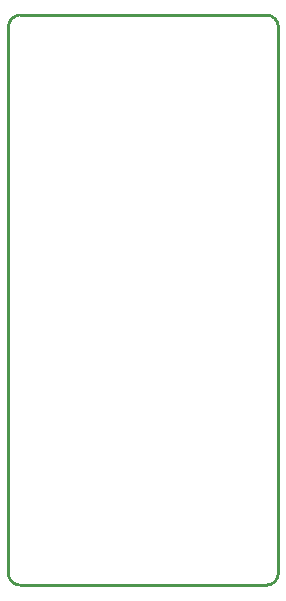
<source format=gko>
G04 Layer: BoardOutlineLayer*
G04 EasyEDA v6.5.50, 2025-05-29 20:10:11*
G04 51d2a156a5c9454999fc887beed5754f,29d699c3718f4358a2dc827e738e4458,10*
G04 Gerber Generator version 0.2*
G04 Scale: 100 percent, Rotated: No, Reflected: No *
G04 Dimensions in inches *
G04 leading zeros omitted , absolute positions ,3 integer and 6 decimal *
%FSLAX36Y36*%
%MOIN*%

%ADD10C,0.0100*%
%ADD11C,0.0130*%
D10*
X-449998Y-1510626D02*
G01*
X-449998Y310628D01*
X410628Y-1549996D02*
G01*
X-410628Y-1549996D01*
X449998Y310628D02*
G01*
X449998Y-1510626D01*
X-410628Y349998D02*
G01*
X410628Y349998D01*
G75*
G01*
X410629Y349999D02*
G02*
X449999Y310629I0J-39370D01*
G75*
G01*
X449999Y-1510627D02*
G02*
X410629Y-1549997I-39370J0D01*
G75*
G01*
X-410629Y-1549997D02*
G02*
X-449999Y-1510627I0J39370D01*
G75*
G01*
X-449999Y310629D02*
G02*
X-410629Y349999I39370J0D01*

%LPD*%
M02*

</source>
